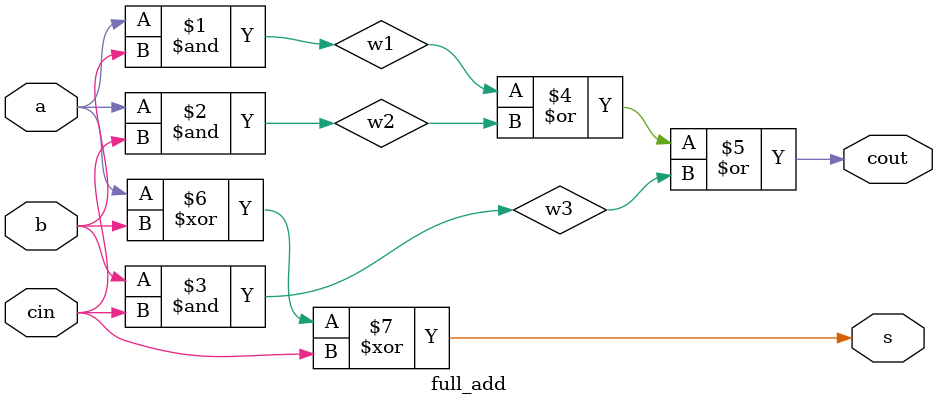
<source format=v>
module full_add (
         input a,
         input b,
         input cin,
         output s,
         output cout );

         // wires (from ands to or)
         wire w1, w2, w3;
         
         // carry-out circuitry
         and( w1, a, b );
         and( w2, a, cin );
         and( w3, b, cin );
         or( cout, w1, w2, w3 );

         // sum
         xor( s, a, b, cin );

endmodule

</source>
